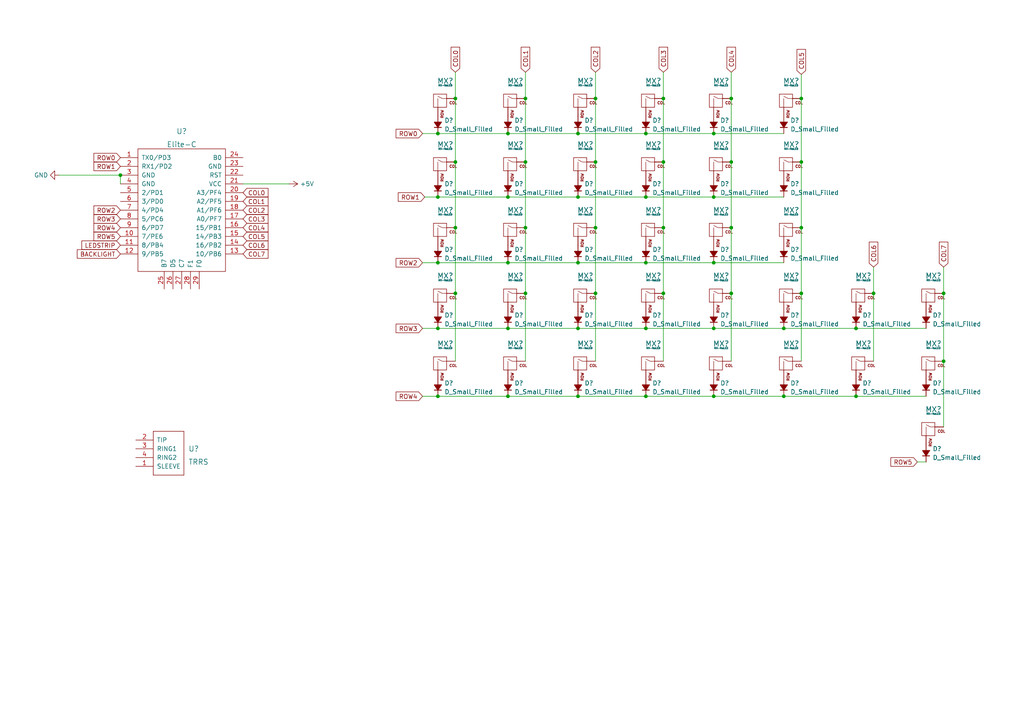
<source format=kicad_sch>
(kicad_sch (version 20211123) (generator eeschema)
  (paper "A4")
  (lib_symbols
    (symbol "Device:D_Small_Filled" (pin_numbers hide) (pin_names (offset 0.254) hide)
      (property "Reference" "D" (at -1.27 2.032 0))
      (property "Value" "D_Small_Filled" (at -3.81 -2.032 0))
      (symbol "D_Small_Filled_0_1"
        (polyline (pts (xy -0.762 -1.016) (xy -0.762 1.016)) (stroke (width 0.254)))
        (polyline (pts (xy -0.762 0) (xy 0.762 0)))
        (polyline (pts (xy 0.762 -1.016) (xy -0.762 0) (xy 0.762 1.016) (xy 0.762 -1.016)) (stroke (width 0.254)) (fill (type outline)))
      )
      (symbol "D_Small_Filled_1_1"
        (pin passive line (at -2.54 0 0) (length 1.778) (name "K") (number "1"))
        (pin passive line (at 2.54 0 180) (length 1.778) (name "A") (number "2"))
      )
    )
    (symbol "Keebio-components:Elite-C" (pin_names (offset 1.016))
      (property "Reference" "U" (at 0 0 0))
      (property "Value" "Elite-C" (at 0 2.54 0))
      (symbol "Elite-C_0_1"
        (rectangle (start 12.7 -19.05) (end -12.7 16.51))
      )
      (symbol "Elite-C_1_1"
        (pin input line (at -17.78 13.97 0) (length 5.08) (name "TX0/PD3") (number "1"))
        (pin input line (at -17.78 -8.89 0) (length 5.08) (name "7/PE6") (number "10"))
        (pin input line (at -17.78 -11.43 0) (length 5.08) (name "8/PB4") (number "11"))
        (pin input line (at -17.78 -13.97 0) (length 5.08) (name "9/PB5") (number "12"))
        (pin input line (at 17.78 -13.97 180) (length 5.08) (name "10/PB6") (number "13"))
        (pin input line (at 17.78 -11.43 180) (length 5.08) (name "16/PB2") (number "14"))
        (pin input line (at 17.78 -8.89 180) (length 5.08) (name "14/PB3") (number "15"))
        (pin input line (at 17.78 -6.35 180) (length 5.08) (name "15/PB1") (number "16"))
        (pin input line (at 17.78 -3.81 180) (length 5.08) (name "A0/PF7") (number "17"))
        (pin input line (at 17.78 -1.27 180) (length 5.08) (name "A1/PF6") (number "18"))
        (pin input line (at 17.78 1.27 180) (length 5.08) (name "A2/PF5") (number "19"))
        (pin input line (at -17.78 11.43 0) (length 5.08) (name "RX1/PD2") (number "2"))
        (pin input line (at 17.78 3.81 180) (length 5.08) (name "A3/PF4") (number "20"))
        (pin input line (at 17.78 6.35 180) (length 5.08) (name "VCC") (number "21"))
        (pin input line (at 17.78 8.89 180) (length 5.08) (name "RST") (number "22"))
        (pin input line (at 17.78 11.43 180) (length 5.08) (name "GND") (number "23"))
        (pin input line (at 17.78 13.97 180) (length 5.08) (name "B0") (number "24"))
        (pin input line (at -5.08 -24.13 90) (length 5.08) (name "B7") (number "25"))
        (pin input line (at -2.54 -24.13 90) (length 5.08) (name "D5") (number "26"))
        (pin input line (at 0 -24.13 90) (length 5.08) (name "C7") (number "27"))
        (pin input line (at 2.54 -24.13 90) (length 5.08) (name "F1") (number "28"))
        (pin input line (at 5.08 -24.13 90) (length 5.08) (name "F0") (number "29"))
        (pin input line (at -17.78 8.89 0) (length 5.08) (name "GND") (number "3"))
        (pin input line (at -17.78 6.35 0) (length 5.08) (name "GND") (number "4"))
        (pin input line (at -17.78 3.81 0) (length 5.08) (name "2/PD1") (number "5"))
        (pin input line (at -17.78 1.27 0) (length 5.08) (name "3/PD0") (number "6"))
        (pin input line (at -17.78 -1.27 0) (length 5.08) (name "4/PD4") (number "7"))
        (pin input line (at -17.78 -3.81 0) (length 5.08) (name "5/PC6") (number "8"))
        (pin input line (at -17.78 -6.35 0) (length 5.08) (name "6/PD7") (number "9"))
      )
    )
    (symbol "Keebio-components:TRRS" (pin_names (offset 1.016))
      (property "Reference" "U" (at 0 15.24 0))
      (property "Value" "TRRS" (at 0 -2.54 0))
      (symbol "TRRS_0_1"
        (rectangle (start -3.81 0) (end -3.81 12.7))
        (rectangle (start -3.81 12.7) (end 5.08 12.7))
        (rectangle (start 5.08 0) (end -3.81 0))
        (rectangle (start 5.08 12.7) (end 5.08 0))
      )
      (symbol "TRRS_1_1"
        (pin input line (at -8.89 2.54 0) (length 5.08) (name "SLEEVE") (number "1"))
        (pin input line (at -8.89 10.16 0) (length 5.08) (name "TIP") (number "2"))
        (pin input line (at -8.89 7.62 0) (length 5.08) (name "RING1") (number "3"))
        (pin input line (at -8.89 5.08 0) (length 5.08) (name "RING2") (number "4"))
      )
    )
    (symbol "MX_alps_hybrid:MX-NoLED" (pin_names (offset 1.016))
      (property "Reference" "MX" (at -0.635 3.81 0))
      (property "Value" "MX-NoLED" (at -0.635 1.27 0))
      (symbol "MX-NoLED_0_0"
        (rectangle (start -2.54 2.54) (end 1.27 -1.27))
        (polyline (pts (xy -1.27 -1.27) (xy -1.27 1.27)) (stroke (width 0.127)))
        (polyline (pts (xy 1.27 1.27) (xy 0 1.27) (xy -1.27 1.905)) (stroke (width 0.127)))
        (text "COL" (at 3.175 0 0) (effects (font (size 0.762 0.762))))
        (text "ROW" (at 0 -1.905 900) (effects (font (size 0.762 0.762)) (justify right)))
      )
      (symbol "MX-NoLED_1_1"
        (pin passive line (at 3.81 1.27 180) (length 2.54) (name "COL") (number "1"))
        (pin passive line (at -1.27 -3.81 90) (length 2.54) (name "ROW") (number "2"))
      )
    )
    (symbol "power:+5V" (power) (pin_names (offset 0))
      (property "Value" "+5V" (at 0 3.556 0))
      (symbol "+5V_0_1"
        (polyline (pts (xy -0.762 1.27) (xy 0 2.54)))
        (polyline (pts (xy 0 0) (xy 0 2.54)))
        (polyline (pts (xy 0 2.54) (xy 0.762 1.27)))
      )
      (symbol "+5V_1_1"
        (pin power_in line (at 0 0 90) (length 0) hide (name "+5V") (number "1"))
      )
    )
    (symbol "power:GND" (power) (pin_names (offset 0))
      (property "Value" "GND" (at 0 -3.81 0))
      (symbol "GND_0_1"
        (polyline (pts (xy 0 0) (xy 0 -1.27) (xy 1.27 -1.27) (xy 0 -2.54) (xy -1.27 -1.27) (xy 0 -1.27)))
      )
      (symbol "GND_1_1"
        (pin power_in line (at 0 0 270) (length 0) hide (name "GND") (number "1"))
      )
    )
  )
  (junction (at 207.01 57.15))
  (junction (at 127 114.935))
  (junction (at 187.325 95.25))
  (junction (at 172.72 28.575))
  (junction (at 127 95.25))
  (junction (at 207.01 76.2))
  (junction (at 172.72 66.04))
  (junction (at 232.41 85.09))
  (junction (at 207.01 114.935))
  (junction (at 273.685 85.09))
  (junction (at 147.32 38.735))
  (junction (at 248.285 114.935))
  (junction (at 167.64 38.735))
  (junction (at 167.64 76.2))
  (junction (at 212.09 85.09))
  (junction (at 192.405 66.04))
  (junction (at 192.405 46.99))
  (junction (at 152.4 28.575))
  (junction (at 248.285 95.25))
  (junction (at 167.64 114.935))
  (junction (at 34.925 50.8))
  (junction (at 147.32 76.2))
  (junction (at 192.405 85.09))
  (junction (at 207.01 95.25))
  (junction (at 147.32 57.15))
  (junction (at 127 57.15))
  (junction (at 212.09 66.04))
  (junction (at 227.33 95.25))
  (junction (at 273.685 104.775))
  (junction (at 187.325 57.15))
  (junction (at 212.09 46.99))
  (junction (at 172.72 85.09))
  (junction (at 132.08 46.99))
  (junction (at 227.33 114.935))
  (junction (at 127 38.735))
  (junction (at 253.365 85.09))
  (junction (at 187.325 38.735))
  (junction (at 232.41 46.99))
  (junction (at 232.41 66.04))
  (junction (at 132.08 85.09))
  (junction (at 212.09 28.575))
  (junction (at 207.01 38.735))
  (junction (at 167.64 95.25))
  (junction (at 152.4 66.04))
  (junction (at 187.325 114.935))
  (junction (at 127 76.2))
  (junction (at 147.32 114.935))
  (junction (at 232.41 28.575))
  (junction (at 132.08 28.575))
  (junction (at 167.64 57.15))
  (junction (at 152.4 85.09))
  (junction (at 187.325 76.2))
  (junction (at 152.4 46.99))
  (junction (at 192.405 28.575))
  (junction (at 147.32 95.25))
  (junction (at 172.72 46.99))
  (junction (at 132.08 66.04))
  (wire (pts (xy 132.08 46.99) (xy 132.08 66.04)))
  (wire (pts (xy 207.01 76.2) (xy 227.33 76.2)))
  (wire (pts (xy 127 114.935) (xy 147.32 114.935)))
  (wire (pts (xy 152.4 28.575) (xy 152.4 46.99)))
  (wire (pts (xy 147.32 95.25) (xy 167.64 95.25)))
  (wire (pts (xy 167.64 76.2) (xy 187.325 76.2)))
  (wire (pts (xy 132.08 28.575) (xy 132.08 46.99)))
  (wire (pts (xy 212.09 66.04) (xy 212.09 85.09)))
  (wire (pts (xy 207.01 38.735) (xy 227.33 38.735)))
  (wire (pts (xy 172.72 66.04) (xy 172.72 85.09)))
  (wire (pts (xy 147.32 76.2) (xy 167.64 76.2)))
  (wire (pts (xy 273.685 104.775) (xy 273.685 123.825)))
  (wire (pts (xy 122.555 76.2) (xy 127 76.2)))
  (wire (pts (xy 207.01 95.25) (xy 227.33 95.25)))
  (wire (pts (xy 122.555 114.935) (xy 127 114.935)))
  (wire (pts (xy 172.72 28.575) (xy 172.72 46.99)))
  (wire (pts (xy 167.64 114.935) (xy 187.325 114.935)))
  (wire (pts (xy 273.685 77.47) (xy 273.685 85.09)))
  (wire (pts (xy 212.09 20.955) (xy 212.09 28.575)))
  (wire (pts (xy 207.01 114.935) (xy 227.33 114.935)))
  (wire (pts (xy 227.33 114.935) (xy 248.285 114.935)))
  (wire (pts (xy 122.555 95.25) (xy 127 95.25)))
  (wire (pts (xy 187.325 114.935) (xy 207.01 114.935)))
  (wire (pts (xy 172.72 85.09) (xy 172.72 104.775)))
  (wire (pts (xy 207.01 57.15) (xy 227.33 57.15)))
  (wire (pts (xy 152.4 20.955) (xy 152.4 28.575)))
  (wire (pts (xy 192.405 66.04) (xy 192.405 85.09)))
  (wire (pts (xy 152.4 46.99) (xy 152.4 66.04)))
  (wire (pts (xy 167.64 95.25) (xy 187.325 95.25)))
  (wire (pts (xy 152.4 66.04) (xy 152.4 85.09)))
  (wire (pts (xy 122.555 38.735) (xy 127 38.735)))
  (wire (pts (xy 187.325 38.735) (xy 207.01 38.735)))
  (wire (pts (xy 266.065 133.985) (xy 268.605 133.985)))
  (wire (pts (xy 187.325 76.2) (xy 207.01 76.2)))
  (wire (pts (xy 172.72 20.955) (xy 172.72 28.575)))
  (wire (pts (xy 132.08 66.04) (xy 132.08 85.09)))
  (wire (pts (xy 253.365 85.09) (xy 253.365 104.775)))
  (wire (pts (xy 147.32 38.735) (xy 167.64 38.735)))
  (wire (pts (xy 127 38.735) (xy 147.32 38.735)))
  (wire (pts (xy 253.365 77.47) (xy 253.365 85.09)))
  (wire (pts (xy 187.325 57.15) (xy 207.01 57.15)))
  (wire (pts (xy 123.19 57.15) (xy 127 57.15)))
  (wire (pts (xy 212.09 46.99) (xy 212.09 66.04)))
  (wire (pts (xy 34.925 50.8) (xy 17.145 50.8)))
  (wire (pts (xy 232.41 28.575) (xy 232.41 46.99)))
  (wire (pts (xy 132.08 85.09) (xy 132.08 104.775)))
  (wire (pts (xy 232.41 21.59) (xy 232.41 28.575)))
  (wire (pts (xy 127 57.15) (xy 147.32 57.15)))
  (wire (pts (xy 212.09 85.09) (xy 212.09 104.775)))
  (wire (pts (xy 34.925 50.8) (xy 34.925 53.34)))
  (wire (pts (xy 147.32 114.935) (xy 167.64 114.935)))
  (wire (pts (xy 273.685 85.09) (xy 273.685 104.775)))
  (wire (pts (xy 167.64 57.15) (xy 187.325 57.15)))
  (wire (pts (xy 132.08 20.955) (xy 132.08 28.575)))
  (wire (pts (xy 232.41 85.09) (xy 232.41 104.775)))
  (wire (pts (xy 152.4 85.09) (xy 152.4 104.775)))
  (wire (pts (xy 212.09 28.575) (xy 212.09 46.99)))
  (wire (pts (xy 147.32 57.15) (xy 167.64 57.15)))
  (wire (pts (xy 248.285 95.25) (xy 268.605 95.25)))
  (wire (pts (xy 127 76.2) (xy 147.32 76.2)))
  (wire (pts (xy 172.72 46.99) (xy 172.72 66.04)))
  (wire (pts (xy 192.405 28.575) (xy 192.405 46.99)))
  (wire (pts (xy 192.405 20.955) (xy 192.405 28.575)))
  (wire (pts (xy 248.285 114.935) (xy 268.605 114.935)))
  (wire (pts (xy 232.41 66.04) (xy 232.41 85.09)))
  (wire (pts (xy 167.64 38.735) (xy 187.325 38.735)))
  (wire (pts (xy 227.33 95.25) (xy 248.285 95.25)))
  (wire (pts (xy 192.405 46.99) (xy 192.405 66.04)))
  (wire (pts (xy 70.485 53.34) (xy 83.82 53.34)))
  (wire (pts (xy 192.405 85.09) (xy 192.405 104.775)))
  (wire (pts (xy 187.325 95.25) (xy 207.01 95.25)))
  (wire (pts (xy 127 95.25) (xy 147.32 95.25)))
  (wire (pts (xy 232.41 46.99) (xy 232.41 66.04)))
  (global_label "COL3" (shape input) (at 192.405 20.955 90) (property "Intersheet References" "${INTERSHEET_REFS}" (effects hide)))
  (global_label "COL4" (shape input) (at 70.485 66.04 0) (property "Intersheet References" "${INTERSHEET_REFS}" (effects hide)))
  (global_label "COL6" (shape input) (at 253.365 77.47 90) (property "Intersheet References" "${INTERSHEET_REFS}" (effects hide)))
  (global_label "ROW1" (shape input) (at 34.925 48.26 180) (property "Intersheet References" "${INTERSHEET_REFS}" (effects hide)))
  (global_label "ROW4" (shape input) (at 34.925 66.04 180) (property "Intersheet References" "${INTERSHEET_REFS}" (effects hide)))
  (global_label "COL5" (shape input) (at 232.41 21.59 90) (property "Intersheet References" "${INTERSHEET_REFS}" (effects hide)))
  (global_label "ROW5" (shape input) (at 34.925 68.58 180) (property "Intersheet References" "${INTERSHEET_REFS}" (effects hide)))
  (global_label "BACKLIGHT" (shape input) (at 34.925 73.66 180) (property "Intersheet References" "${INTERSHEET_REFS}" (effects hide)))
  (global_label "COL7" (shape input) (at 70.485 73.66 0) (property "Intersheet References" "${INTERSHEET_REFS}" (effects hide)))
  (global_label "ROW3" (shape input) (at 122.555 95.25 180) (property "Intersheet References" "${INTERSHEET_REFS}" (effects hide)))
  (global_label "ROW1" (shape input) (at 123.19 57.15 180) (property "Intersheet References" "${INTERSHEET_REFS}" (effects hide)))
  (global_label "ROW4" (shape input) (at 122.555 114.935 180) (property "Intersheet References" "${INTERSHEET_REFS}" (effects hide)))
  (global_label "ROW0" (shape input) (at 34.925 45.72 180) (property "Intersheet References" "${INTERSHEET_REFS}" (effects hide)))
  (global_label "COL1" (shape input) (at 70.485 58.42 0) (property "Intersheet References" "${INTERSHEET_REFS}" (effects hide)))
  (global_label "COL0" (shape input) (at 70.485 55.88 0) (property "Intersheet References" "${INTERSHEET_REFS}" (effects hide)))
  (global_label "COL3" (shape input) (at 70.485 63.5 0) (property "Intersheet References" "${INTERSHEET_REFS}" (effects hide)))
  (global_label "ROW0" (shape input) (at 122.555 38.735 180) (property "Intersheet References" "${INTERSHEET_REFS}" (effects hide)))
  (global_label "COL5" (shape input) (at 70.485 68.58 0) (property "Intersheet References" "${INTERSHEET_REFS}" (effects hide)))
  (global_label "ROW3" (shape input) (at 34.925 63.5 180) (property "Intersheet References" "${INTERSHEET_REFS}" (effects hide)))
  (global_label "ROW2" (shape input) (at 122.555 76.2 180) (property "Intersheet References" "${INTERSHEET_REFS}" (effects hide)))
  (global_label "COL2" (shape input) (at 70.485 60.96 0) (property "Intersheet References" "${INTERSHEET_REFS}" (effects hide)))
  (global_label "COL6" (shape input) (at 70.485 71.12 0) (property "Intersheet References" "${INTERSHEET_REFS}" (effects hide)))
  (global_label "LEDSTRIP" (shape input) (at 34.925 71.12 180) (property "Intersheet References" "${INTERSHEET_REFS}" (effects hide)))
  (global_label "ROW5" (shape input) (at 266.065 133.985 180) (property "Intersheet References" "${INTERSHEET_REFS}" (effects hide)))
  (global_label "COL4" (shape input) (at 212.09 20.955 90) (property "Intersheet References" "${INTERSHEET_REFS}" (effects hide)))
  (global_label "COL7" (shape input) (at 273.685 77.47 90) (property "Intersheet References" "${INTERSHEET_REFS}" (effects hide)))
  (global_label "COL2" (shape input) (at 172.72 20.955 90) (property "Intersheet References" "${INTERSHEET_REFS}" (effects hide)))
  (global_label "COL0" (shape input) (at 132.08 20.955 90) (property "Intersheet References" "${INTERSHEET_REFS}" (effects hide)))
  (global_label "ROW2" (shape input) (at 34.925 60.96 180) (property "Intersheet References" "${INTERSHEET_REFS}" (effects hide)))
  (global_label "COL1" (shape input) (at 152.4 20.955 90) (property "Intersheet References" "${INTERSHEET_REFS}" (effects hide)))
  (symbol (lib_id "Device:D_Small_Filled") (at 207.01 73.66 90) (unit 1)
    (property "Reference" "D?" (at 208.915 72.3899 90) (effects (justify right)))
    (property "Value" "D_Small_Filled" (at 208.915 74.9299 90) (effects (justify right)))
  )
  (symbol (lib_id "MX_alps_hybrid:MX-NoLED") (at 208.28 106.045 0) (unit 1)
    (property "Reference" "MX?" (at 209.1656 99.695 0) (effects (font (size 1.524 1.524))))
    (property "Value" "MX-NoLED" (at 209.1656 100.965 0) (effects (font (size 0.508 0.508))))
  )
  (symbol (lib_id "MX_alps_hybrid:MX-NoLED") (at 168.91 106.045 0) (unit 1)
    (property "Reference" "MX?" (at 169.7956 99.695 0) (effects (font (size 1.524 1.524))))
    (property "Value" "MX-NoLED" (at 169.7956 100.965 0) (effects (font (size 0.508 0.508))))
  )
  (symbol (lib_id "MX_alps_hybrid:MX-NoLED") (at 269.875 125.095 0) (unit 1)
    (property "Reference" "MX?" (at 270.7606 118.745 0) (effects (font (size 1.524 1.524))))
    (property "Value" "MX-NoLED" (at 270.7606 120.015 0) (effects (font (size 0.508 0.508))))
  )
  (symbol (lib_id "Device:D_Small_Filled") (at 227.33 92.71 90) (unit 1)
    (property "Reference" "D?" (at 229.235 91.4399 90) (effects (justify right)))
    (property "Value" "D_Small_Filled" (at 229.235 93.9799 90) (effects (justify right)))
  )
  (symbol (lib_id "Device:D_Small_Filled") (at 248.285 92.71 90) (unit 1)
    (property "Reference" "D?" (at 250.19 91.4399 90) (effects (justify right)))
    (property "Value" "D_Small_Filled" (at 250.19 93.9799 90) (effects (justify right)))
  )
  (symbol (lib_id "MX_alps_hybrid:MX-NoLED") (at 148.59 29.845 0) (unit 1)
    (property "Reference" "MX?" (at 149.4756 23.495 0) (effects (font (size 1.524 1.524))))
    (property "Value" "MX-NoLED" (at 149.4756 24.765 0) (effects (font (size 0.508 0.508))))
  )
  (symbol (lib_id "Device:D_Small_Filled") (at 147.32 36.195 90) (unit 1)
    (property "Reference" "D?" (at 149.225 34.9249 90) (effects (justify right)))
    (property "Value" "D_Small_Filled" (at 149.225 37.4649 90) (effects (justify right)))
  )
  (symbol (lib_id "MX_alps_hybrid:MX-NoLED") (at 188.595 48.26 0) (unit 1)
    (property "Reference" "MX?" (at 189.4806 41.91 0) (effects (font (size 1.524 1.524))))
    (property "Value" "MX-NoLED" (at 189.4806 43.18 0) (effects (font (size 0.508 0.508))))
  )
  (symbol (lib_id "Device:D_Small_Filled") (at 167.64 54.61 90) (unit 1)
    (property "Reference" "D?" (at 169.545 53.3399 90) (effects (justify right)))
    (property "Value" "D_Small_Filled" (at 169.545 55.8799 90) (effects (justify right)))
  )
  (symbol (lib_id "Device:D_Small_Filled") (at 187.325 36.195 90) (unit 1)
    (property "Reference" "D?" (at 189.23 34.9249 90) (effects (justify right)))
    (property "Value" "D_Small_Filled" (at 189.23 37.4649 90) (effects (justify right)))
  )
  (symbol (lib_id "MX_alps_hybrid:MX-NoLED") (at 208.28 29.845 0) (unit 1)
    (property "Reference" "MX?" (at 209.1656 23.495 0) (effects (font (size 1.524 1.524))))
    (property "Value" "MX-NoLED" (at 209.1656 24.765 0) (effects (font (size 0.508 0.508))))
  )
  (symbol (lib_id "Device:D_Small_Filled") (at 147.32 54.61 90) (unit 1)
    (property "Reference" "D?" (at 149.225 53.3399 90) (effects (justify right)))
    (property "Value" "D_Small_Filled" (at 149.225 55.8799 90) (effects (justify right)))
  )
  (symbol (lib_id "Device:D_Small_Filled") (at 187.325 92.71 90) (unit 1)
    (property "Reference" "D?" (at 189.23 91.4399 90) (effects (justify right)))
    (property "Value" "D_Small_Filled" (at 189.23 93.9799 90) (effects (justify right)))
  )
  (symbol (lib_id "MX_alps_hybrid:MX-NoLED") (at 148.59 67.31 0) (unit 1)
    (property "Reference" "MX?" (at 149.4756 60.96 0) (effects (font (size 1.524 1.524))))
    (property "Value" "MX-NoLED" (at 149.4756 62.23 0) (effects (font (size 0.508 0.508))))
  )
  (symbol (lib_id "MX_alps_hybrid:MX-NoLED") (at 188.595 29.845 0) (unit 1)
    (property "Reference" "MX?" (at 189.4806 23.495 0) (effects (font (size 1.524 1.524))))
    (property "Value" "MX-NoLED" (at 189.4806 24.765 0) (effects (font (size 0.508 0.508))))
  )
  (symbol (lib_id "Device:D_Small_Filled") (at 187.325 54.61 90) (unit 1)
    (property "Reference" "D?" (at 189.23 53.3399 90) (effects (justify right)))
    (property "Value" "D_Small_Filled" (at 189.23 55.8799 90) (effects (justify right)))
  )
  (symbol (lib_id "Device:D_Small_Filled") (at 227.33 73.66 90) (unit 1)
    (property "Reference" "D?" (at 229.235 72.3899 90) (effects (justify right)))
    (property "Value" "D_Small_Filled" (at 229.235 74.9299 90) (effects (justify right)))
  )
  (symbol (lib_id "MX_alps_hybrid:MX-NoLED") (at 168.91 29.845 0) (unit 1)
    (property "Reference" "MX?" (at 169.7956 23.495 0) (effects (font (size 1.524 1.524))))
    (property "Value" "MX-NoLED" (at 169.7956 24.765 0) (effects (font (size 0.508 0.508))))
  )
  (symbol (lib_id "MX_alps_hybrid:MX-NoLED") (at 168.91 48.26 0) (unit 1)
    (property "Reference" "MX?" (at 169.7956 41.91 0) (effects (font (size 1.524 1.524))))
    (property "Value" "MX-NoLED" (at 169.7956 43.18 0) (effects (font (size 0.508 0.508))))
  )
  (symbol (lib_id "Device:D_Small_Filled") (at 187.325 112.395 90) (unit 1)
    (property "Reference" "D?" (at 189.23 111.1249 90) (effects (justify right)))
    (property "Value" "D_Small_Filled" (at 189.23 113.6649 90) (effects (justify right)))
  )
  (symbol (lib_id "Device:D_Small_Filled") (at 227.33 54.61 90) (unit 1)
    (property "Reference" "D?" (at 229.235 53.3399 90) (effects (justify right)))
    (property "Value" "D_Small_Filled" (at 229.235 55.8799 90) (effects (justify right)))
  )
  (symbol (lib_id "Device:D_Small_Filled") (at 227.33 36.195 90) (unit 1)
    (property "Reference" "D?" (at 229.235 34.9249 90) (effects (justify right)))
    (property "Value" "D_Small_Filled" (at 229.235 37.4649 90) (effects (justify right)))
  )
  (symbol (lib_id "Device:D_Small_Filled") (at 207.01 36.195 90) (unit 1)
    (property "Reference" "D?" (at 208.915 34.9249 90) (effects (justify right)))
    (property "Value" "D_Small_Filled" (at 208.915 37.4649 90) (effects (justify right)))
  )
  (symbol (lib_id "MX_alps_hybrid:MX-NoLED") (at 168.91 86.36 0) (unit 1)
    (property "Reference" "MX?" (at 169.7956 80.01 0) (effects (font (size 1.524 1.524))))
    (property "Value" "MX-NoLED" (at 169.7956 81.28 0) (effects (font (size 0.508 0.508))))
  )
  (symbol (lib_id "Device:D_Small_Filled") (at 227.33 112.395 90) (unit 1)
    (property "Reference" "D?" (at 229.235 111.1249 90) (effects (justify right)))
    (property "Value" "D_Small_Filled" (at 229.235 113.6649 90) (effects (justify right)))
  )
  (symbol (lib_id "power:+5V") (at 83.82 53.34 270) (unit 1)
    (property "Reference" "#PWR?" (effects hide))
    (property "Value" "+5V" (at 86.995 53.3399 90) (effects (justify left)))
  )
  (symbol (lib_id "MX_alps_hybrid:MX-NoLED") (at 188.595 86.36 0) (unit 1)
    (property "Reference" "MX?" (at 189.4806 80.01 0) (effects (font (size 1.524 1.524))))
    (property "Value" "MX-NoLED" (at 189.4806 81.28 0) (effects (font (size 0.508 0.508))))
  )
  (symbol (lib_id "power:GND") (at 17.145 50.8 270) (unit 1)
    (property "Reference" "#PWR?" (effects hide))
    (property "Value" "GND" (at 13.97 50.7999 90) (effects (justify right)))
  )
  (symbol (lib_id "MX_alps_hybrid:MX-NoLED") (at 208.28 48.26 0) (unit 1)
    (property "Reference" "MX?" (at 209.1656 41.91 0) (effects (font (size 1.524 1.524))))
    (property "Value" "MX-NoLED" (at 209.1656 43.18 0) (effects (font (size 0.508 0.508))))
  )
  (symbol (lib_id "MX_alps_hybrid:MX-NoLED") (at 249.555 106.045 0) (unit 1)
    (property "Reference" "MX?" (at 250.4406 99.695 0) (effects (font (size 1.524 1.524))))
    (property "Value" "MX-NoLED" (at 250.4406 100.965 0) (effects (font (size 0.508 0.508))))
  )
  (symbol (lib_id "MX_alps_hybrid:MX-NoLED") (at 128.27 86.36 0) (unit 1)
    (property "Reference" "MX?" (at 129.1556 80.01 0) (effects (font (size 1.524 1.524))))
    (property "Value" "MX-NoLED" (at 129.1556 81.28 0) (effects (font (size 0.508 0.508))))
  )
  (symbol (lib_id "Device:D_Small_Filled") (at 127 54.61 90) (unit 1)
    (property "Reference" "D?" (at 128.905 53.3399 90) (effects (justify right)))
    (property "Value" "D_Small_Filled" (at 128.905 55.8799 90) (effects (justify right)))
  )
  (symbol (lib_id "Device:D_Small_Filled") (at 187.325 73.66 90) (unit 1)
    (property "Reference" "D?" (at 189.23 72.3899 90) (effects (justify right)))
    (property "Value" "D_Small_Filled" (at 189.23 74.9299 90) (effects (justify right)))
  )
  (symbol (lib_id "MX_alps_hybrid:MX-NoLED") (at 128.27 29.845 0) (unit 1)
    (property "Reference" "MX?" (at 129.1556 23.495 0) (effects (font (size 1.524 1.524))))
    (property "Value" "MX-NoLED" (at 129.1556 24.765 0) (effects (font (size 0.508 0.508))))
  )
  (symbol (lib_id "Device:D_Small_Filled") (at 147.32 92.71 90) (unit 1)
    (property "Reference" "D?" (at 149.225 91.4399 90) (effects (justify right)))
    (property "Value" "D_Small_Filled" (at 149.225 93.9799 90) (effects (justify right)))
  )
  (symbol (lib_id "MX_alps_hybrid:MX-NoLED") (at 228.6 67.31 0) (unit 1)
    (property "Reference" "MX?" (at 229.4856 60.96 0) (effects (font (size 1.524 1.524))))
    (property "Value" "MX-NoLED" (at 229.4856 62.23 0) (effects (font (size 0.508 0.508))))
  )
  (symbol (lib_id "MX_alps_hybrid:MX-NoLED") (at 208.28 86.36 0) (unit 1)
    (property "Reference" "MX?" (at 209.1656 80.01 0) (effects (font (size 1.524 1.524))))
    (property "Value" "MX-NoLED" (at 209.1656 81.28 0) (effects (font (size 0.508 0.508))))
  )
  (symbol (lib_id "MX_alps_hybrid:MX-NoLED") (at 269.875 86.36 0) (unit 1)
    (property "Reference" "MX?" (at 270.7606 80.01 0) (effects (font (size 1.524 1.524))))
    (property "Value" "MX-NoLED" (at 270.7606 81.28 0) (effects (font (size 0.508 0.508))))
  )
  (symbol (lib_id "Device:D_Small_Filled") (at 127 112.395 90) (unit 1)
    (property "Reference" "D?" (at 128.905 111.1249 90) (effects (justify right)))
    (property "Value" "D_Small_Filled" (at 128.905 113.6649 90) (effects (justify right)))
  )
  (symbol (lib_id "MX_alps_hybrid:MX-NoLED") (at 208.28 67.31 0) (unit 1)
    (property "Reference" "MX?" (at 209.1656 60.96 0) (effects (font (size 1.524 1.524))))
    (property "Value" "MX-NoLED" (at 209.1656 62.23 0) (effects (font (size 0.508 0.508))))
  )
  (symbol (lib_id "MX_alps_hybrid:MX-NoLED") (at 228.6 48.26 0) (unit 1)
    (property "Reference" "MX?" (at 229.4856 41.91 0) (effects (font (size 1.524 1.524))))
    (property "Value" "MX-NoLED" (at 229.4856 43.18 0) (effects (font (size 0.508 0.508))))
  )
  (symbol (lib_id "Device:D_Small_Filled") (at 147.32 73.66 90) (unit 1)
    (property "Reference" "D?" (at 149.225 72.3899 90) (effects (justify right)))
    (property "Value" "D_Small_Filled" (at 149.225 74.9299 90) (effects (justify right)))
  )
  (symbol (lib_id "Device:D_Small_Filled") (at 248.285 112.395 90) (unit 1)
    (property "Reference" "D?" (at 250.19 111.1249 90) (effects (justify right)))
    (property "Value" "D_Small_Filled" (at 250.19 113.6649 90) (effects (justify right)))
  )
  (symbol (lib_id "Device:D_Small_Filled") (at 167.64 36.195 90) (unit 1)
    (property "Reference" "D?" (at 169.545 34.9249 90) (effects (justify right)))
    (property "Value" "D_Small_Filled" (at 169.545 37.4649 90) (effects (justify right)))
  )
  (symbol (lib_id "MX_alps_hybrid:MX-NoLED") (at 148.59 106.045 0) (unit 1)
    (property "Reference" "MX?" (at 149.4756 99.695 0) (effects (font (size 1.524 1.524))))
    (property "Value" "MX-NoLED" (at 149.4756 100.965 0) (effects (font (size 0.508 0.508))))
  )
  (symbol (lib_id "Device:D_Small_Filled") (at 268.605 131.445 90) (unit 1)
    (property "Reference" "D?" (at 270.51 130.1749 90) (effects (justify right)))
    (property "Value" "D_Small_Filled" (at 270.51 132.7149 90) (effects (justify right)))
  )
  (symbol (lib_id "MX_alps_hybrid:MX-NoLED") (at 228.6 86.36 0) (unit 1)
    (property "Reference" "MX?" (at 229.4856 80.01 0) (effects (font (size 1.524 1.524))))
    (property "Value" "MX-NoLED" (at 229.4856 81.28 0) (effects (font (size 0.508 0.508))))
  )
  (symbol (lib_id "MX_alps_hybrid:MX-NoLED") (at 148.59 48.26 0) (unit 1)
    (property "Reference" "MX?" (at 149.4756 41.91 0) (effects (font (size 1.524 1.524))))
    (property "Value" "MX-NoLED" (at 149.4756 43.18 0) (effects (font (size 0.508 0.508))))
  )
  (symbol (lib_id "Keebio-components:Elite-C") (at 52.705 59.69 0) (unit 1)
    (property "Reference" "U?" (at 52.705 38.1 0) (effects (font (size 1.524 1.524))))
    (property "Value" "Elite-C" (at 52.705 41.91 0) (effects (font (size 1.524 1.524))))
  )
  (symbol (lib_id "Device:D_Small_Filled") (at 147.32 112.395 90) (unit 1)
    (property "Reference" "D?" (at 149.225 111.1249 90) (effects (justify right)))
    (property "Value" "D_Small_Filled" (at 149.225 113.6649 90) (effects (justify right)))
  )
  (symbol (lib_id "MX_alps_hybrid:MX-NoLED") (at 249.555 86.36 0) (unit 1)
    (property "Reference" "MX?" (at 250.4406 80.01 0) (effects (font (size 1.524 1.524))))
    (property "Value" "MX-NoLED" (at 250.4406 81.28 0) (effects (font (size 0.508 0.508))))
  )
  (symbol (lib_id "MX_alps_hybrid:MX-NoLED") (at 128.27 48.26 0) (unit 1)
    (property "Reference" "MX?" (at 129.1556 41.91 0) (effects (font (size 1.524 1.524))))
    (property "Value" "MX-NoLED" (at 129.1556 43.18 0) (effects (font (size 0.508 0.508))))
  )
  (symbol (lib_id "Device:D_Small_Filled") (at 268.605 92.71 90) (unit 1)
    (property "Reference" "D?" (at 270.51 91.4399 90) (effects (justify right)))
    (property "Value" "D_Small_Filled" (at 270.51 93.9799 90) (effects (justify right)))
  )
  (symbol (lib_id "Device:D_Small_Filled") (at 167.64 112.395 90) (unit 1)
    (property "Reference" "D?" (at 169.545 111.1249 90) (effects (justify right)))
    (property "Value" "D_Small_Filled" (at 169.545 113.6649 90) (effects (justify right)))
  )
  (symbol (lib_id "Device:D_Small_Filled") (at 207.01 112.395 90) (unit 1)
    (property "Reference" "D?" (at 208.915 111.1249 90) (effects (justify right)))
    (property "Value" "D_Small_Filled" (at 208.915 113.6649 90) (effects (justify right)))
  )
  (symbol (lib_id "MX_alps_hybrid:MX-NoLED") (at 128.27 67.31 0) (unit 1)
    (property "Reference" "MX?" (at 129.1556 60.96 0) (effects (font (size 1.524 1.524))))
    (property "Value" "MX-NoLED" (at 129.1556 62.23 0) (effects (font (size 0.508 0.508))))
  )
  (symbol (lib_id "Device:D_Small_Filled") (at 167.64 73.66 90) (unit 1)
    (property "Reference" "D?" (at 169.545 72.3899 90) (effects (justify right)))
    (property "Value" "D_Small_Filled" (at 169.545 74.9299 90) (effects (justify right)))
  )
  (symbol (lib_id "Device:D_Small_Filled") (at 127 73.66 90) (unit 1)
    (property "Reference" "D?" (at 128.905 72.3899 90) (effects (justify right)))
    (property "Value" "D_Small_Filled" (at 128.905 74.9299 90) (effects (justify right)))
  )
  (symbol (lib_id "MX_alps_hybrid:MX-NoLED") (at 148.59 86.36 0) (unit 1)
    (property "Reference" "MX?" (at 149.4756 80.01 0) (effects (font (size 1.524 1.524))))
    (property "Value" "MX-NoLED" (at 149.4756 81.28 0) (effects (font (size 0.508 0.508))))
  )
  (symbol (lib_id "MX_alps_hybrid:MX-NoLED") (at 269.875 106.045 0) (unit 1)
    (property "Reference" "MX?" (at 270.7606 99.695 0) (effects (font (size 1.524 1.524))))
    (property "Value" "MX-NoLED" (at 270.7606 100.965 0) (effects (font (size 0.508 0.508))))
  )
  (symbol (lib_id "Device:D_Small_Filled") (at 207.01 54.61 90) (unit 1)
    (property "Reference" "D?" (at 208.915 53.3399 90) (effects (justify right)))
    (property "Value" "D_Small_Filled" (at 208.915 55.8799 90) (effects (justify right)))
  )
  (symbol (lib_id "Device:D_Small_Filled") (at 127 92.71 90) (unit 1)
    (property "Reference" "D?" (at 128.905 91.4399 90) (effects (justify right)))
    (property "Value" "D_Small_Filled" (at 128.905 93.9799 90) (effects (justify right)))
  )
  (symbol (lib_id "Device:D_Small_Filled") (at 268.605 112.395 90) (unit 1)
    (property "Reference" "D?" (at 270.51 111.1249 90) (effects (justify right)))
    (property "Value" "D_Small_Filled" (at 270.51 113.6649 90) (effects (justify right)))
  )
  (symbol (lib_id "Keebio-components:TRRS") (at 48.26 137.795 0) (unit 1)
    (property "Reference" "U?" (at 54.61 130.175 0) (effects (font (size 1.524 1.524)) (justify left)))
    (property "Value" "TRRS" (at 54.61 133.985 0) (effects (font (size 1.524 1.524)) (justify left)))
  )
  (symbol (lib_id "Device:D_Small_Filled") (at 167.64 92.71 90) (unit 1)
    (property "Reference" "D?" (at 169.545 91.4399 90) (effects (justify right)))
    (property "Value" "D_Small_Filled" (at 169.545 93.9799 90) (effects (justify right)))
  )
  (symbol (lib_id "MX_alps_hybrid:MX-NoLED") (at 228.6 106.045 0) (unit 1)
    (property "Reference" "MX?" (at 229.4856 99.695 0) (effects (font (size 1.524 1.524))))
    (property "Value" "MX-NoLED" (at 229.4856 100.965 0) (effects (font (size 0.508 0.508))))
  )
  (symbol (lib_id "MX_alps_hybrid:MX-NoLED") (at 188.595 106.045 0) (unit 1)
    (property "Reference" "MX?" (at 189.4806 99.695 0) (effects (font (size 1.524 1.524))))
    (property "Value" "MX-NoLED" (at 189.4806 100.965 0) (effects (font (size 0.508 0.508))))
  )
  (symbol (lib_id "Device:D_Small_Filled") (at 127 36.195 90) (unit 1)
    (property "Reference" "D?" (at 128.905 34.9249 90) (effects (justify right)))
    (property "Value" "D_Small_Filled" (at 128.905 37.4649 90) (effects (justify right)))
  )
  (symbol (lib_id "MX_alps_hybrid:MX-NoLED") (at 168.91 67.31 0) (unit 1)
    (property "Reference" "MX?" (at 169.7956 60.96 0) (effects (font (size 1.524 1.524))))
    (property "Value" "MX-NoLED" (at 169.7956 62.23 0) (effects (font (size 0.508 0.508))))
  )
  (symbol (lib_id "MX_alps_hybrid:MX-NoLED") (at 128.27 106.045 0) (unit 1)
    (property "Reference" "MX?" (at 129.1556 99.695 0) (effects (font (size 1.524 1.524))))
    (property "Value" "MX-NoLED" (at 129.1556 100.965 0) (effects (font (size 0.508 0.508))))
  )
  (symbol (lib_id "MX_alps_hybrid:MX-NoLED") (at 188.595 67.31 0) (unit 1)
    (property "Reference" "MX?" (at 189.4806 60.96 0) (effects (font (size 1.524 1.524))))
    (property "Value" "MX-NoLED" (at 189.4806 62.23 0) (effects (font (size 0.508 0.508))))
  )
  (symbol (lib_id "MX_alps_hybrid:MX-NoLED") (at 228.6 29.845 0) (unit 1)
    (property "Reference" "MX?" (at 229.4856 23.495 0) (effects (font (size 1.524 1.524))))
    (property "Value" "MX-NoLED" (at 229.4856 24.765 0) (effects (font (size 0.508 0.508))))
  )
  (symbol (lib_id "Device:D_Small_Filled") (at 207.01 92.71 90) (unit 1)
    (property "Reference" "D?" (at 208.915 91.4399 90) (effects (justify right)))
    (property "Value" "D_Small_Filled" (at 208.915 93.9799 90) (effects (justify right)))
  )
)
</source>
